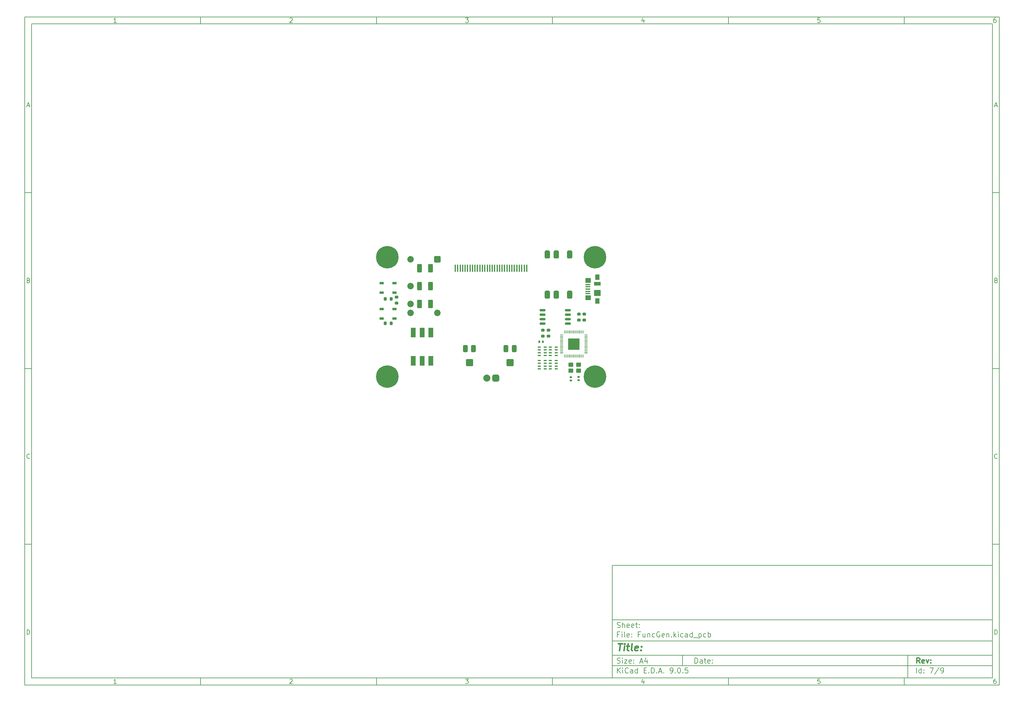
<source format=gbr>
%TF.GenerationSoftware,KiCad,Pcbnew,9.0.5*%
%TF.CreationDate,2025-10-31T11:59:02+05:30*%
%TF.ProjectId,FuncGen,46756e63-4765-46e2-9e6b-696361645f70,rev?*%
%TF.SameCoordinates,Original*%
%TF.FileFunction,Soldermask,Top*%
%TF.FilePolarity,Negative*%
%FSLAX46Y46*%
G04 Gerber Fmt 4.6, Leading zero omitted, Abs format (unit mm)*
G04 Created by KiCad (PCBNEW 9.0.5) date 2025-10-31 11:59:02*
%MOMM*%
%LPD*%
G01*
G04 APERTURE LIST*
G04 Aperture macros list*
%AMRoundRect*
0 Rectangle with rounded corners*
0 $1 Rounding radius*
0 $2 $3 $4 $5 $6 $7 $8 $9 X,Y pos of 4 corners*
0 Add a 4 corners polygon primitive as box body*
4,1,4,$2,$3,$4,$5,$6,$7,$8,$9,$2,$3,0*
0 Add four circle primitives for the rounded corners*
1,1,$1+$1,$2,$3*
1,1,$1+$1,$4,$5*
1,1,$1+$1,$6,$7*
1,1,$1+$1,$8,$9*
0 Add four rect primitives between the rounded corners*
20,1,$1+$1,$2,$3,$4,$5,0*
20,1,$1+$1,$4,$5,$6,$7,0*
20,1,$1+$1,$6,$7,$8,$9,0*
20,1,$1+$1,$8,$9,$2,$3,0*%
G04 Aperture macros list end*
%ADD10C,0.100000*%
%ADD11C,0.150000*%
%ADD12C,0.300000*%
%ADD13C,0.400000*%
%ADD14RoundRect,0.250000X-0.420000X-0.945000X0.420000X-0.945000X0.420000X0.945000X-0.420000X0.945000X0*%
%ADD15RoundRect,0.135000X-0.135000X-0.185000X0.135000X-0.185000X0.135000X0.185000X-0.135000X0.185000X0*%
%ADD16RoundRect,0.200000X0.200000X0.275000X-0.200000X0.275000X-0.200000X-0.275000X0.200000X-0.275000X0*%
%ADD17R,0.900000X0.400000*%
%ADD18RoundRect,0.050000X-0.387500X-0.050000X0.387500X-0.050000X0.387500X0.050000X-0.387500X0.050000X0*%
%ADD19RoundRect,0.050000X-0.050000X-0.387500X0.050000X-0.387500X0.050000X0.387500X-0.050000X0.387500X0*%
%ADD20R,3.200000X3.200000*%
%ADD21RoundRect,0.200000X-0.275000X0.200000X-0.275000X-0.200000X0.275000X-0.200000X0.275000X0.200000X0*%
%ADD22RoundRect,0.200000X-0.200000X-0.275000X0.200000X-0.275000X0.200000X0.275000X-0.200000X0.275000X0*%
%ADD23RoundRect,0.250000X0.420000X0.945000X-0.420000X0.945000X-0.420000X-0.945000X0.420000X-0.945000X0*%
%ADD24RoundRect,0.500000X-0.500000X0.500000X-0.500000X-0.500000X0.500000X-0.500000X0.500000X0.500000X0*%
%ADD25C,2.000000*%
%ADD26RoundRect,0.140000X0.170000X-0.140000X0.170000X0.140000X-0.170000X0.140000X-0.170000X-0.140000X0*%
%ADD27RoundRect,0.101600X-0.500000X-0.250000X0.500000X-0.250000X0.500000X0.250000X-0.500000X0.250000X0*%
%ADD28RoundRect,0.200000X0.275000X-0.200000X0.275000X0.200000X-0.275000X0.200000X-0.275000X-0.200000X0*%
%ADD29C,0.800000*%
%ADD30C,6.400000*%
%ADD31RoundRect,0.250000X0.450000X0.350000X-0.450000X0.350000X-0.450000X-0.350000X0.450000X-0.350000X0*%
%ADD32RoundRect,0.381000X-0.381000X0.762000X-0.381000X-0.762000X0.381000X-0.762000X0.381000X0.762000X0*%
%ADD33R,0.400000X2.000000*%
%ADD34RoundRect,0.101600X-0.600000X-1.250000X0.600000X-1.250000X0.600000X1.250000X-0.600000X1.250000X0*%
%ADD35RoundRect,0.250000X0.400000X-0.750000X0.400000X0.750000X-0.400000X0.750000X-0.400000X-0.750000X0*%
%ADD36RoundRect,0.250000X0.750000X-0.750000X0.750000X0.750000X-0.750000X0.750000X-0.750000X-0.750000X0*%
%ADD37R,1.380000X0.450000*%
%ADD38R,1.300000X1.650000*%
%ADD39R,1.550000X1.425000*%
%ADD40R,1.900000X1.800000*%
%ADD41R,1.900000X1.000000*%
%ADD42RoundRect,0.162500X-0.650000X-0.162500X0.650000X-0.162500X0.650000X0.162500X-0.650000X0.162500X0*%
%ADD43RoundRect,0.250000X0.675000X0.675000X-0.675000X0.675000X-0.675000X-0.675000X0.675000X-0.675000X0*%
%ADD44C,1.850000*%
G04 APERTURE END LIST*
D10*
D11*
X177002200Y-166007200D02*
X285002200Y-166007200D01*
X285002200Y-198007200D01*
X177002200Y-198007200D01*
X177002200Y-166007200D01*
D10*
D11*
X10000000Y-10000000D02*
X287002200Y-10000000D01*
X287002200Y-200007200D01*
X10000000Y-200007200D01*
X10000000Y-10000000D01*
D10*
D11*
X12000000Y-12000000D02*
X285002200Y-12000000D01*
X285002200Y-198007200D01*
X12000000Y-198007200D01*
X12000000Y-12000000D01*
D10*
D11*
X60000000Y-12000000D02*
X60000000Y-10000000D01*
D10*
D11*
X110000000Y-12000000D02*
X110000000Y-10000000D01*
D10*
D11*
X160000000Y-12000000D02*
X160000000Y-10000000D01*
D10*
D11*
X210000000Y-12000000D02*
X210000000Y-10000000D01*
D10*
D11*
X260000000Y-12000000D02*
X260000000Y-10000000D01*
D10*
D11*
X36089160Y-11593604D02*
X35346303Y-11593604D01*
X35717731Y-11593604D02*
X35717731Y-10293604D01*
X35717731Y-10293604D02*
X35593922Y-10479319D01*
X35593922Y-10479319D02*
X35470112Y-10603128D01*
X35470112Y-10603128D02*
X35346303Y-10665033D01*
D10*
D11*
X85346303Y-10417414D02*
X85408207Y-10355509D01*
X85408207Y-10355509D02*
X85532017Y-10293604D01*
X85532017Y-10293604D02*
X85841541Y-10293604D01*
X85841541Y-10293604D02*
X85965350Y-10355509D01*
X85965350Y-10355509D02*
X86027255Y-10417414D01*
X86027255Y-10417414D02*
X86089160Y-10541223D01*
X86089160Y-10541223D02*
X86089160Y-10665033D01*
X86089160Y-10665033D02*
X86027255Y-10850747D01*
X86027255Y-10850747D02*
X85284398Y-11593604D01*
X85284398Y-11593604D02*
X86089160Y-11593604D01*
D10*
D11*
X135284398Y-10293604D02*
X136089160Y-10293604D01*
X136089160Y-10293604D02*
X135655826Y-10788842D01*
X135655826Y-10788842D02*
X135841541Y-10788842D01*
X135841541Y-10788842D02*
X135965350Y-10850747D01*
X135965350Y-10850747D02*
X136027255Y-10912652D01*
X136027255Y-10912652D02*
X136089160Y-11036461D01*
X136089160Y-11036461D02*
X136089160Y-11345985D01*
X136089160Y-11345985D02*
X136027255Y-11469795D01*
X136027255Y-11469795D02*
X135965350Y-11531700D01*
X135965350Y-11531700D02*
X135841541Y-11593604D01*
X135841541Y-11593604D02*
X135470112Y-11593604D01*
X135470112Y-11593604D02*
X135346303Y-11531700D01*
X135346303Y-11531700D02*
X135284398Y-11469795D01*
D10*
D11*
X185965350Y-10726938D02*
X185965350Y-11593604D01*
X185655826Y-10231700D02*
X185346303Y-11160271D01*
X185346303Y-11160271D02*
X186151064Y-11160271D01*
D10*
D11*
X236027255Y-10293604D02*
X235408207Y-10293604D01*
X235408207Y-10293604D02*
X235346303Y-10912652D01*
X235346303Y-10912652D02*
X235408207Y-10850747D01*
X235408207Y-10850747D02*
X235532017Y-10788842D01*
X235532017Y-10788842D02*
X235841541Y-10788842D01*
X235841541Y-10788842D02*
X235965350Y-10850747D01*
X235965350Y-10850747D02*
X236027255Y-10912652D01*
X236027255Y-10912652D02*
X236089160Y-11036461D01*
X236089160Y-11036461D02*
X236089160Y-11345985D01*
X236089160Y-11345985D02*
X236027255Y-11469795D01*
X236027255Y-11469795D02*
X235965350Y-11531700D01*
X235965350Y-11531700D02*
X235841541Y-11593604D01*
X235841541Y-11593604D02*
X235532017Y-11593604D01*
X235532017Y-11593604D02*
X235408207Y-11531700D01*
X235408207Y-11531700D02*
X235346303Y-11469795D01*
D10*
D11*
X285965350Y-10293604D02*
X285717731Y-10293604D01*
X285717731Y-10293604D02*
X285593922Y-10355509D01*
X285593922Y-10355509D02*
X285532017Y-10417414D01*
X285532017Y-10417414D02*
X285408207Y-10603128D01*
X285408207Y-10603128D02*
X285346303Y-10850747D01*
X285346303Y-10850747D02*
X285346303Y-11345985D01*
X285346303Y-11345985D02*
X285408207Y-11469795D01*
X285408207Y-11469795D02*
X285470112Y-11531700D01*
X285470112Y-11531700D02*
X285593922Y-11593604D01*
X285593922Y-11593604D02*
X285841541Y-11593604D01*
X285841541Y-11593604D02*
X285965350Y-11531700D01*
X285965350Y-11531700D02*
X286027255Y-11469795D01*
X286027255Y-11469795D02*
X286089160Y-11345985D01*
X286089160Y-11345985D02*
X286089160Y-11036461D01*
X286089160Y-11036461D02*
X286027255Y-10912652D01*
X286027255Y-10912652D02*
X285965350Y-10850747D01*
X285965350Y-10850747D02*
X285841541Y-10788842D01*
X285841541Y-10788842D02*
X285593922Y-10788842D01*
X285593922Y-10788842D02*
X285470112Y-10850747D01*
X285470112Y-10850747D02*
X285408207Y-10912652D01*
X285408207Y-10912652D02*
X285346303Y-11036461D01*
D10*
D11*
X60000000Y-198007200D02*
X60000000Y-200007200D01*
D10*
D11*
X110000000Y-198007200D02*
X110000000Y-200007200D01*
D10*
D11*
X160000000Y-198007200D02*
X160000000Y-200007200D01*
D10*
D11*
X210000000Y-198007200D02*
X210000000Y-200007200D01*
D10*
D11*
X260000000Y-198007200D02*
X260000000Y-200007200D01*
D10*
D11*
X36089160Y-199600804D02*
X35346303Y-199600804D01*
X35717731Y-199600804D02*
X35717731Y-198300804D01*
X35717731Y-198300804D02*
X35593922Y-198486519D01*
X35593922Y-198486519D02*
X35470112Y-198610328D01*
X35470112Y-198610328D02*
X35346303Y-198672233D01*
D10*
D11*
X85346303Y-198424614D02*
X85408207Y-198362709D01*
X85408207Y-198362709D02*
X85532017Y-198300804D01*
X85532017Y-198300804D02*
X85841541Y-198300804D01*
X85841541Y-198300804D02*
X85965350Y-198362709D01*
X85965350Y-198362709D02*
X86027255Y-198424614D01*
X86027255Y-198424614D02*
X86089160Y-198548423D01*
X86089160Y-198548423D02*
X86089160Y-198672233D01*
X86089160Y-198672233D02*
X86027255Y-198857947D01*
X86027255Y-198857947D02*
X85284398Y-199600804D01*
X85284398Y-199600804D02*
X86089160Y-199600804D01*
D10*
D11*
X135284398Y-198300804D02*
X136089160Y-198300804D01*
X136089160Y-198300804D02*
X135655826Y-198796042D01*
X135655826Y-198796042D02*
X135841541Y-198796042D01*
X135841541Y-198796042D02*
X135965350Y-198857947D01*
X135965350Y-198857947D02*
X136027255Y-198919852D01*
X136027255Y-198919852D02*
X136089160Y-199043661D01*
X136089160Y-199043661D02*
X136089160Y-199353185D01*
X136089160Y-199353185D02*
X136027255Y-199476995D01*
X136027255Y-199476995D02*
X135965350Y-199538900D01*
X135965350Y-199538900D02*
X135841541Y-199600804D01*
X135841541Y-199600804D02*
X135470112Y-199600804D01*
X135470112Y-199600804D02*
X135346303Y-199538900D01*
X135346303Y-199538900D02*
X135284398Y-199476995D01*
D10*
D11*
X185965350Y-198734138D02*
X185965350Y-199600804D01*
X185655826Y-198238900D02*
X185346303Y-199167471D01*
X185346303Y-199167471D02*
X186151064Y-199167471D01*
D10*
D11*
X236027255Y-198300804D02*
X235408207Y-198300804D01*
X235408207Y-198300804D02*
X235346303Y-198919852D01*
X235346303Y-198919852D02*
X235408207Y-198857947D01*
X235408207Y-198857947D02*
X235532017Y-198796042D01*
X235532017Y-198796042D02*
X235841541Y-198796042D01*
X235841541Y-198796042D02*
X235965350Y-198857947D01*
X235965350Y-198857947D02*
X236027255Y-198919852D01*
X236027255Y-198919852D02*
X236089160Y-199043661D01*
X236089160Y-199043661D02*
X236089160Y-199353185D01*
X236089160Y-199353185D02*
X236027255Y-199476995D01*
X236027255Y-199476995D02*
X235965350Y-199538900D01*
X235965350Y-199538900D02*
X235841541Y-199600804D01*
X235841541Y-199600804D02*
X235532017Y-199600804D01*
X235532017Y-199600804D02*
X235408207Y-199538900D01*
X235408207Y-199538900D02*
X235346303Y-199476995D01*
D10*
D11*
X285965350Y-198300804D02*
X285717731Y-198300804D01*
X285717731Y-198300804D02*
X285593922Y-198362709D01*
X285593922Y-198362709D02*
X285532017Y-198424614D01*
X285532017Y-198424614D02*
X285408207Y-198610328D01*
X285408207Y-198610328D02*
X285346303Y-198857947D01*
X285346303Y-198857947D02*
X285346303Y-199353185D01*
X285346303Y-199353185D02*
X285408207Y-199476995D01*
X285408207Y-199476995D02*
X285470112Y-199538900D01*
X285470112Y-199538900D02*
X285593922Y-199600804D01*
X285593922Y-199600804D02*
X285841541Y-199600804D01*
X285841541Y-199600804D02*
X285965350Y-199538900D01*
X285965350Y-199538900D02*
X286027255Y-199476995D01*
X286027255Y-199476995D02*
X286089160Y-199353185D01*
X286089160Y-199353185D02*
X286089160Y-199043661D01*
X286089160Y-199043661D02*
X286027255Y-198919852D01*
X286027255Y-198919852D02*
X285965350Y-198857947D01*
X285965350Y-198857947D02*
X285841541Y-198796042D01*
X285841541Y-198796042D02*
X285593922Y-198796042D01*
X285593922Y-198796042D02*
X285470112Y-198857947D01*
X285470112Y-198857947D02*
X285408207Y-198919852D01*
X285408207Y-198919852D02*
X285346303Y-199043661D01*
D10*
D11*
X10000000Y-60000000D02*
X12000000Y-60000000D01*
D10*
D11*
X10000000Y-110000000D02*
X12000000Y-110000000D01*
D10*
D11*
X10000000Y-160000000D02*
X12000000Y-160000000D01*
D10*
D11*
X10690476Y-35222176D02*
X11309523Y-35222176D01*
X10566666Y-35593604D02*
X10999999Y-34293604D01*
X10999999Y-34293604D02*
X11433333Y-35593604D01*
D10*
D11*
X11092857Y-84912652D02*
X11278571Y-84974557D01*
X11278571Y-84974557D02*
X11340476Y-85036461D01*
X11340476Y-85036461D02*
X11402380Y-85160271D01*
X11402380Y-85160271D02*
X11402380Y-85345985D01*
X11402380Y-85345985D02*
X11340476Y-85469795D01*
X11340476Y-85469795D02*
X11278571Y-85531700D01*
X11278571Y-85531700D02*
X11154761Y-85593604D01*
X11154761Y-85593604D02*
X10659523Y-85593604D01*
X10659523Y-85593604D02*
X10659523Y-84293604D01*
X10659523Y-84293604D02*
X11092857Y-84293604D01*
X11092857Y-84293604D02*
X11216666Y-84355509D01*
X11216666Y-84355509D02*
X11278571Y-84417414D01*
X11278571Y-84417414D02*
X11340476Y-84541223D01*
X11340476Y-84541223D02*
X11340476Y-84665033D01*
X11340476Y-84665033D02*
X11278571Y-84788842D01*
X11278571Y-84788842D02*
X11216666Y-84850747D01*
X11216666Y-84850747D02*
X11092857Y-84912652D01*
X11092857Y-84912652D02*
X10659523Y-84912652D01*
D10*
D11*
X11402380Y-135469795D02*
X11340476Y-135531700D01*
X11340476Y-135531700D02*
X11154761Y-135593604D01*
X11154761Y-135593604D02*
X11030952Y-135593604D01*
X11030952Y-135593604D02*
X10845238Y-135531700D01*
X10845238Y-135531700D02*
X10721428Y-135407890D01*
X10721428Y-135407890D02*
X10659523Y-135284080D01*
X10659523Y-135284080D02*
X10597619Y-135036461D01*
X10597619Y-135036461D02*
X10597619Y-134850747D01*
X10597619Y-134850747D02*
X10659523Y-134603128D01*
X10659523Y-134603128D02*
X10721428Y-134479319D01*
X10721428Y-134479319D02*
X10845238Y-134355509D01*
X10845238Y-134355509D02*
X11030952Y-134293604D01*
X11030952Y-134293604D02*
X11154761Y-134293604D01*
X11154761Y-134293604D02*
X11340476Y-134355509D01*
X11340476Y-134355509D02*
X11402380Y-134417414D01*
D10*
D11*
X10659523Y-185593604D02*
X10659523Y-184293604D01*
X10659523Y-184293604D02*
X10969047Y-184293604D01*
X10969047Y-184293604D02*
X11154761Y-184355509D01*
X11154761Y-184355509D02*
X11278571Y-184479319D01*
X11278571Y-184479319D02*
X11340476Y-184603128D01*
X11340476Y-184603128D02*
X11402380Y-184850747D01*
X11402380Y-184850747D02*
X11402380Y-185036461D01*
X11402380Y-185036461D02*
X11340476Y-185284080D01*
X11340476Y-185284080D02*
X11278571Y-185407890D01*
X11278571Y-185407890D02*
X11154761Y-185531700D01*
X11154761Y-185531700D02*
X10969047Y-185593604D01*
X10969047Y-185593604D02*
X10659523Y-185593604D01*
D10*
D11*
X287002200Y-60000000D02*
X285002200Y-60000000D01*
D10*
D11*
X287002200Y-110000000D02*
X285002200Y-110000000D01*
D10*
D11*
X287002200Y-160000000D02*
X285002200Y-160000000D01*
D10*
D11*
X285692676Y-35222176D02*
X286311723Y-35222176D01*
X285568866Y-35593604D02*
X286002199Y-34293604D01*
X286002199Y-34293604D02*
X286435533Y-35593604D01*
D10*
D11*
X286095057Y-84912652D02*
X286280771Y-84974557D01*
X286280771Y-84974557D02*
X286342676Y-85036461D01*
X286342676Y-85036461D02*
X286404580Y-85160271D01*
X286404580Y-85160271D02*
X286404580Y-85345985D01*
X286404580Y-85345985D02*
X286342676Y-85469795D01*
X286342676Y-85469795D02*
X286280771Y-85531700D01*
X286280771Y-85531700D02*
X286156961Y-85593604D01*
X286156961Y-85593604D02*
X285661723Y-85593604D01*
X285661723Y-85593604D02*
X285661723Y-84293604D01*
X285661723Y-84293604D02*
X286095057Y-84293604D01*
X286095057Y-84293604D02*
X286218866Y-84355509D01*
X286218866Y-84355509D02*
X286280771Y-84417414D01*
X286280771Y-84417414D02*
X286342676Y-84541223D01*
X286342676Y-84541223D02*
X286342676Y-84665033D01*
X286342676Y-84665033D02*
X286280771Y-84788842D01*
X286280771Y-84788842D02*
X286218866Y-84850747D01*
X286218866Y-84850747D02*
X286095057Y-84912652D01*
X286095057Y-84912652D02*
X285661723Y-84912652D01*
D10*
D11*
X286404580Y-135469795D02*
X286342676Y-135531700D01*
X286342676Y-135531700D02*
X286156961Y-135593604D01*
X286156961Y-135593604D02*
X286033152Y-135593604D01*
X286033152Y-135593604D02*
X285847438Y-135531700D01*
X285847438Y-135531700D02*
X285723628Y-135407890D01*
X285723628Y-135407890D02*
X285661723Y-135284080D01*
X285661723Y-135284080D02*
X285599819Y-135036461D01*
X285599819Y-135036461D02*
X285599819Y-134850747D01*
X285599819Y-134850747D02*
X285661723Y-134603128D01*
X285661723Y-134603128D02*
X285723628Y-134479319D01*
X285723628Y-134479319D02*
X285847438Y-134355509D01*
X285847438Y-134355509D02*
X286033152Y-134293604D01*
X286033152Y-134293604D02*
X286156961Y-134293604D01*
X286156961Y-134293604D02*
X286342676Y-134355509D01*
X286342676Y-134355509D02*
X286404580Y-134417414D01*
D10*
D11*
X285661723Y-185593604D02*
X285661723Y-184293604D01*
X285661723Y-184293604D02*
X285971247Y-184293604D01*
X285971247Y-184293604D02*
X286156961Y-184355509D01*
X286156961Y-184355509D02*
X286280771Y-184479319D01*
X286280771Y-184479319D02*
X286342676Y-184603128D01*
X286342676Y-184603128D02*
X286404580Y-184850747D01*
X286404580Y-184850747D02*
X286404580Y-185036461D01*
X286404580Y-185036461D02*
X286342676Y-185284080D01*
X286342676Y-185284080D02*
X286280771Y-185407890D01*
X286280771Y-185407890D02*
X286156961Y-185531700D01*
X286156961Y-185531700D02*
X285971247Y-185593604D01*
X285971247Y-185593604D02*
X285661723Y-185593604D01*
D10*
D11*
X200458026Y-193793328D02*
X200458026Y-192293328D01*
X200458026Y-192293328D02*
X200815169Y-192293328D01*
X200815169Y-192293328D02*
X201029455Y-192364757D01*
X201029455Y-192364757D02*
X201172312Y-192507614D01*
X201172312Y-192507614D02*
X201243741Y-192650471D01*
X201243741Y-192650471D02*
X201315169Y-192936185D01*
X201315169Y-192936185D02*
X201315169Y-193150471D01*
X201315169Y-193150471D02*
X201243741Y-193436185D01*
X201243741Y-193436185D02*
X201172312Y-193579042D01*
X201172312Y-193579042D02*
X201029455Y-193721900D01*
X201029455Y-193721900D02*
X200815169Y-193793328D01*
X200815169Y-193793328D02*
X200458026Y-193793328D01*
X202600884Y-193793328D02*
X202600884Y-193007614D01*
X202600884Y-193007614D02*
X202529455Y-192864757D01*
X202529455Y-192864757D02*
X202386598Y-192793328D01*
X202386598Y-192793328D02*
X202100884Y-192793328D01*
X202100884Y-192793328D02*
X201958026Y-192864757D01*
X202600884Y-193721900D02*
X202458026Y-193793328D01*
X202458026Y-193793328D02*
X202100884Y-193793328D01*
X202100884Y-193793328D02*
X201958026Y-193721900D01*
X201958026Y-193721900D02*
X201886598Y-193579042D01*
X201886598Y-193579042D02*
X201886598Y-193436185D01*
X201886598Y-193436185D02*
X201958026Y-193293328D01*
X201958026Y-193293328D02*
X202100884Y-193221900D01*
X202100884Y-193221900D02*
X202458026Y-193221900D01*
X202458026Y-193221900D02*
X202600884Y-193150471D01*
X203100884Y-192793328D02*
X203672312Y-192793328D01*
X203315169Y-192293328D02*
X203315169Y-193579042D01*
X203315169Y-193579042D02*
X203386598Y-193721900D01*
X203386598Y-193721900D02*
X203529455Y-193793328D01*
X203529455Y-193793328D02*
X203672312Y-193793328D01*
X204743741Y-193721900D02*
X204600884Y-193793328D01*
X204600884Y-193793328D02*
X204315170Y-193793328D01*
X204315170Y-193793328D02*
X204172312Y-193721900D01*
X204172312Y-193721900D02*
X204100884Y-193579042D01*
X204100884Y-193579042D02*
X204100884Y-193007614D01*
X204100884Y-193007614D02*
X204172312Y-192864757D01*
X204172312Y-192864757D02*
X204315170Y-192793328D01*
X204315170Y-192793328D02*
X204600884Y-192793328D01*
X204600884Y-192793328D02*
X204743741Y-192864757D01*
X204743741Y-192864757D02*
X204815170Y-193007614D01*
X204815170Y-193007614D02*
X204815170Y-193150471D01*
X204815170Y-193150471D02*
X204100884Y-193293328D01*
X205458026Y-193650471D02*
X205529455Y-193721900D01*
X205529455Y-193721900D02*
X205458026Y-193793328D01*
X205458026Y-193793328D02*
X205386598Y-193721900D01*
X205386598Y-193721900D02*
X205458026Y-193650471D01*
X205458026Y-193650471D02*
X205458026Y-193793328D01*
X205458026Y-192864757D02*
X205529455Y-192936185D01*
X205529455Y-192936185D02*
X205458026Y-193007614D01*
X205458026Y-193007614D02*
X205386598Y-192936185D01*
X205386598Y-192936185D02*
X205458026Y-192864757D01*
X205458026Y-192864757D02*
X205458026Y-193007614D01*
D10*
D11*
X177002200Y-194507200D02*
X285002200Y-194507200D01*
D10*
D11*
X178458026Y-196593328D02*
X178458026Y-195093328D01*
X179315169Y-196593328D02*
X178672312Y-195736185D01*
X179315169Y-195093328D02*
X178458026Y-195950471D01*
X179958026Y-196593328D02*
X179958026Y-195593328D01*
X179958026Y-195093328D02*
X179886598Y-195164757D01*
X179886598Y-195164757D02*
X179958026Y-195236185D01*
X179958026Y-195236185D02*
X180029455Y-195164757D01*
X180029455Y-195164757D02*
X179958026Y-195093328D01*
X179958026Y-195093328D02*
X179958026Y-195236185D01*
X181529455Y-196450471D02*
X181458027Y-196521900D01*
X181458027Y-196521900D02*
X181243741Y-196593328D01*
X181243741Y-196593328D02*
X181100884Y-196593328D01*
X181100884Y-196593328D02*
X180886598Y-196521900D01*
X180886598Y-196521900D02*
X180743741Y-196379042D01*
X180743741Y-196379042D02*
X180672312Y-196236185D01*
X180672312Y-196236185D02*
X180600884Y-195950471D01*
X180600884Y-195950471D02*
X180600884Y-195736185D01*
X180600884Y-195736185D02*
X180672312Y-195450471D01*
X180672312Y-195450471D02*
X180743741Y-195307614D01*
X180743741Y-195307614D02*
X180886598Y-195164757D01*
X180886598Y-195164757D02*
X181100884Y-195093328D01*
X181100884Y-195093328D02*
X181243741Y-195093328D01*
X181243741Y-195093328D02*
X181458027Y-195164757D01*
X181458027Y-195164757D02*
X181529455Y-195236185D01*
X182815170Y-196593328D02*
X182815170Y-195807614D01*
X182815170Y-195807614D02*
X182743741Y-195664757D01*
X182743741Y-195664757D02*
X182600884Y-195593328D01*
X182600884Y-195593328D02*
X182315170Y-195593328D01*
X182315170Y-195593328D02*
X182172312Y-195664757D01*
X182815170Y-196521900D02*
X182672312Y-196593328D01*
X182672312Y-196593328D02*
X182315170Y-196593328D01*
X182315170Y-196593328D02*
X182172312Y-196521900D01*
X182172312Y-196521900D02*
X182100884Y-196379042D01*
X182100884Y-196379042D02*
X182100884Y-196236185D01*
X182100884Y-196236185D02*
X182172312Y-196093328D01*
X182172312Y-196093328D02*
X182315170Y-196021900D01*
X182315170Y-196021900D02*
X182672312Y-196021900D01*
X182672312Y-196021900D02*
X182815170Y-195950471D01*
X184172313Y-196593328D02*
X184172313Y-195093328D01*
X184172313Y-196521900D02*
X184029455Y-196593328D01*
X184029455Y-196593328D02*
X183743741Y-196593328D01*
X183743741Y-196593328D02*
X183600884Y-196521900D01*
X183600884Y-196521900D02*
X183529455Y-196450471D01*
X183529455Y-196450471D02*
X183458027Y-196307614D01*
X183458027Y-196307614D02*
X183458027Y-195879042D01*
X183458027Y-195879042D02*
X183529455Y-195736185D01*
X183529455Y-195736185D02*
X183600884Y-195664757D01*
X183600884Y-195664757D02*
X183743741Y-195593328D01*
X183743741Y-195593328D02*
X184029455Y-195593328D01*
X184029455Y-195593328D02*
X184172313Y-195664757D01*
X186029455Y-195807614D02*
X186529455Y-195807614D01*
X186743741Y-196593328D02*
X186029455Y-196593328D01*
X186029455Y-196593328D02*
X186029455Y-195093328D01*
X186029455Y-195093328D02*
X186743741Y-195093328D01*
X187386598Y-196450471D02*
X187458027Y-196521900D01*
X187458027Y-196521900D02*
X187386598Y-196593328D01*
X187386598Y-196593328D02*
X187315170Y-196521900D01*
X187315170Y-196521900D02*
X187386598Y-196450471D01*
X187386598Y-196450471D02*
X187386598Y-196593328D01*
X188100884Y-196593328D02*
X188100884Y-195093328D01*
X188100884Y-195093328D02*
X188458027Y-195093328D01*
X188458027Y-195093328D02*
X188672313Y-195164757D01*
X188672313Y-195164757D02*
X188815170Y-195307614D01*
X188815170Y-195307614D02*
X188886599Y-195450471D01*
X188886599Y-195450471D02*
X188958027Y-195736185D01*
X188958027Y-195736185D02*
X188958027Y-195950471D01*
X188958027Y-195950471D02*
X188886599Y-196236185D01*
X188886599Y-196236185D02*
X188815170Y-196379042D01*
X188815170Y-196379042D02*
X188672313Y-196521900D01*
X188672313Y-196521900D02*
X188458027Y-196593328D01*
X188458027Y-196593328D02*
X188100884Y-196593328D01*
X189600884Y-196450471D02*
X189672313Y-196521900D01*
X189672313Y-196521900D02*
X189600884Y-196593328D01*
X189600884Y-196593328D02*
X189529456Y-196521900D01*
X189529456Y-196521900D02*
X189600884Y-196450471D01*
X189600884Y-196450471D02*
X189600884Y-196593328D01*
X190243742Y-196164757D02*
X190958028Y-196164757D01*
X190100885Y-196593328D02*
X190600885Y-195093328D01*
X190600885Y-195093328D02*
X191100885Y-196593328D01*
X191600884Y-196450471D02*
X191672313Y-196521900D01*
X191672313Y-196521900D02*
X191600884Y-196593328D01*
X191600884Y-196593328D02*
X191529456Y-196521900D01*
X191529456Y-196521900D02*
X191600884Y-196450471D01*
X191600884Y-196450471D02*
X191600884Y-196593328D01*
X193529456Y-196593328D02*
X193815170Y-196593328D01*
X193815170Y-196593328D02*
X193958027Y-196521900D01*
X193958027Y-196521900D02*
X194029456Y-196450471D01*
X194029456Y-196450471D02*
X194172313Y-196236185D01*
X194172313Y-196236185D02*
X194243742Y-195950471D01*
X194243742Y-195950471D02*
X194243742Y-195379042D01*
X194243742Y-195379042D02*
X194172313Y-195236185D01*
X194172313Y-195236185D02*
X194100885Y-195164757D01*
X194100885Y-195164757D02*
X193958027Y-195093328D01*
X193958027Y-195093328D02*
X193672313Y-195093328D01*
X193672313Y-195093328D02*
X193529456Y-195164757D01*
X193529456Y-195164757D02*
X193458027Y-195236185D01*
X193458027Y-195236185D02*
X193386599Y-195379042D01*
X193386599Y-195379042D02*
X193386599Y-195736185D01*
X193386599Y-195736185D02*
X193458027Y-195879042D01*
X193458027Y-195879042D02*
X193529456Y-195950471D01*
X193529456Y-195950471D02*
X193672313Y-196021900D01*
X193672313Y-196021900D02*
X193958027Y-196021900D01*
X193958027Y-196021900D02*
X194100885Y-195950471D01*
X194100885Y-195950471D02*
X194172313Y-195879042D01*
X194172313Y-195879042D02*
X194243742Y-195736185D01*
X194886598Y-196450471D02*
X194958027Y-196521900D01*
X194958027Y-196521900D02*
X194886598Y-196593328D01*
X194886598Y-196593328D02*
X194815170Y-196521900D01*
X194815170Y-196521900D02*
X194886598Y-196450471D01*
X194886598Y-196450471D02*
X194886598Y-196593328D01*
X195886599Y-195093328D02*
X196029456Y-195093328D01*
X196029456Y-195093328D02*
X196172313Y-195164757D01*
X196172313Y-195164757D02*
X196243742Y-195236185D01*
X196243742Y-195236185D02*
X196315170Y-195379042D01*
X196315170Y-195379042D02*
X196386599Y-195664757D01*
X196386599Y-195664757D02*
X196386599Y-196021900D01*
X196386599Y-196021900D02*
X196315170Y-196307614D01*
X196315170Y-196307614D02*
X196243742Y-196450471D01*
X196243742Y-196450471D02*
X196172313Y-196521900D01*
X196172313Y-196521900D02*
X196029456Y-196593328D01*
X196029456Y-196593328D02*
X195886599Y-196593328D01*
X195886599Y-196593328D02*
X195743742Y-196521900D01*
X195743742Y-196521900D02*
X195672313Y-196450471D01*
X195672313Y-196450471D02*
X195600884Y-196307614D01*
X195600884Y-196307614D02*
X195529456Y-196021900D01*
X195529456Y-196021900D02*
X195529456Y-195664757D01*
X195529456Y-195664757D02*
X195600884Y-195379042D01*
X195600884Y-195379042D02*
X195672313Y-195236185D01*
X195672313Y-195236185D02*
X195743742Y-195164757D01*
X195743742Y-195164757D02*
X195886599Y-195093328D01*
X197029455Y-196450471D02*
X197100884Y-196521900D01*
X197100884Y-196521900D02*
X197029455Y-196593328D01*
X197029455Y-196593328D02*
X196958027Y-196521900D01*
X196958027Y-196521900D02*
X197029455Y-196450471D01*
X197029455Y-196450471D02*
X197029455Y-196593328D01*
X198458027Y-195093328D02*
X197743741Y-195093328D01*
X197743741Y-195093328D02*
X197672313Y-195807614D01*
X197672313Y-195807614D02*
X197743741Y-195736185D01*
X197743741Y-195736185D02*
X197886599Y-195664757D01*
X197886599Y-195664757D02*
X198243741Y-195664757D01*
X198243741Y-195664757D02*
X198386599Y-195736185D01*
X198386599Y-195736185D02*
X198458027Y-195807614D01*
X198458027Y-195807614D02*
X198529456Y-195950471D01*
X198529456Y-195950471D02*
X198529456Y-196307614D01*
X198529456Y-196307614D02*
X198458027Y-196450471D01*
X198458027Y-196450471D02*
X198386599Y-196521900D01*
X198386599Y-196521900D02*
X198243741Y-196593328D01*
X198243741Y-196593328D02*
X197886599Y-196593328D01*
X197886599Y-196593328D02*
X197743741Y-196521900D01*
X197743741Y-196521900D02*
X197672313Y-196450471D01*
D10*
D11*
X177002200Y-191507200D02*
X285002200Y-191507200D01*
D10*
D12*
X264413853Y-193785528D02*
X263913853Y-193071242D01*
X263556710Y-193785528D02*
X263556710Y-192285528D01*
X263556710Y-192285528D02*
X264128139Y-192285528D01*
X264128139Y-192285528D02*
X264270996Y-192356957D01*
X264270996Y-192356957D02*
X264342425Y-192428385D01*
X264342425Y-192428385D02*
X264413853Y-192571242D01*
X264413853Y-192571242D02*
X264413853Y-192785528D01*
X264413853Y-192785528D02*
X264342425Y-192928385D01*
X264342425Y-192928385D02*
X264270996Y-192999814D01*
X264270996Y-192999814D02*
X264128139Y-193071242D01*
X264128139Y-193071242D02*
X263556710Y-193071242D01*
X265628139Y-193714100D02*
X265485282Y-193785528D01*
X265485282Y-193785528D02*
X265199568Y-193785528D01*
X265199568Y-193785528D02*
X265056710Y-193714100D01*
X265056710Y-193714100D02*
X264985282Y-193571242D01*
X264985282Y-193571242D02*
X264985282Y-192999814D01*
X264985282Y-192999814D02*
X265056710Y-192856957D01*
X265056710Y-192856957D02*
X265199568Y-192785528D01*
X265199568Y-192785528D02*
X265485282Y-192785528D01*
X265485282Y-192785528D02*
X265628139Y-192856957D01*
X265628139Y-192856957D02*
X265699568Y-192999814D01*
X265699568Y-192999814D02*
X265699568Y-193142671D01*
X265699568Y-193142671D02*
X264985282Y-193285528D01*
X266199567Y-192785528D02*
X266556710Y-193785528D01*
X266556710Y-193785528D02*
X266913853Y-192785528D01*
X267485281Y-193642671D02*
X267556710Y-193714100D01*
X267556710Y-193714100D02*
X267485281Y-193785528D01*
X267485281Y-193785528D02*
X267413853Y-193714100D01*
X267413853Y-193714100D02*
X267485281Y-193642671D01*
X267485281Y-193642671D02*
X267485281Y-193785528D01*
X267485281Y-192856957D02*
X267556710Y-192928385D01*
X267556710Y-192928385D02*
X267485281Y-192999814D01*
X267485281Y-192999814D02*
X267413853Y-192928385D01*
X267413853Y-192928385D02*
X267485281Y-192856957D01*
X267485281Y-192856957D02*
X267485281Y-192999814D01*
D10*
D11*
X178386598Y-193721900D02*
X178600884Y-193793328D01*
X178600884Y-193793328D02*
X178958026Y-193793328D01*
X178958026Y-193793328D02*
X179100884Y-193721900D01*
X179100884Y-193721900D02*
X179172312Y-193650471D01*
X179172312Y-193650471D02*
X179243741Y-193507614D01*
X179243741Y-193507614D02*
X179243741Y-193364757D01*
X179243741Y-193364757D02*
X179172312Y-193221900D01*
X179172312Y-193221900D02*
X179100884Y-193150471D01*
X179100884Y-193150471D02*
X178958026Y-193079042D01*
X178958026Y-193079042D02*
X178672312Y-193007614D01*
X178672312Y-193007614D02*
X178529455Y-192936185D01*
X178529455Y-192936185D02*
X178458026Y-192864757D01*
X178458026Y-192864757D02*
X178386598Y-192721900D01*
X178386598Y-192721900D02*
X178386598Y-192579042D01*
X178386598Y-192579042D02*
X178458026Y-192436185D01*
X178458026Y-192436185D02*
X178529455Y-192364757D01*
X178529455Y-192364757D02*
X178672312Y-192293328D01*
X178672312Y-192293328D02*
X179029455Y-192293328D01*
X179029455Y-192293328D02*
X179243741Y-192364757D01*
X179886597Y-193793328D02*
X179886597Y-192793328D01*
X179886597Y-192293328D02*
X179815169Y-192364757D01*
X179815169Y-192364757D02*
X179886597Y-192436185D01*
X179886597Y-192436185D02*
X179958026Y-192364757D01*
X179958026Y-192364757D02*
X179886597Y-192293328D01*
X179886597Y-192293328D02*
X179886597Y-192436185D01*
X180458026Y-192793328D02*
X181243741Y-192793328D01*
X181243741Y-192793328D02*
X180458026Y-193793328D01*
X180458026Y-193793328D02*
X181243741Y-193793328D01*
X182386598Y-193721900D02*
X182243741Y-193793328D01*
X182243741Y-193793328D02*
X181958027Y-193793328D01*
X181958027Y-193793328D02*
X181815169Y-193721900D01*
X181815169Y-193721900D02*
X181743741Y-193579042D01*
X181743741Y-193579042D02*
X181743741Y-193007614D01*
X181743741Y-193007614D02*
X181815169Y-192864757D01*
X181815169Y-192864757D02*
X181958027Y-192793328D01*
X181958027Y-192793328D02*
X182243741Y-192793328D01*
X182243741Y-192793328D02*
X182386598Y-192864757D01*
X182386598Y-192864757D02*
X182458027Y-193007614D01*
X182458027Y-193007614D02*
X182458027Y-193150471D01*
X182458027Y-193150471D02*
X181743741Y-193293328D01*
X183100883Y-193650471D02*
X183172312Y-193721900D01*
X183172312Y-193721900D02*
X183100883Y-193793328D01*
X183100883Y-193793328D02*
X183029455Y-193721900D01*
X183029455Y-193721900D02*
X183100883Y-193650471D01*
X183100883Y-193650471D02*
X183100883Y-193793328D01*
X183100883Y-192864757D02*
X183172312Y-192936185D01*
X183172312Y-192936185D02*
X183100883Y-193007614D01*
X183100883Y-193007614D02*
X183029455Y-192936185D01*
X183029455Y-192936185D02*
X183100883Y-192864757D01*
X183100883Y-192864757D02*
X183100883Y-193007614D01*
X184886598Y-193364757D02*
X185600884Y-193364757D01*
X184743741Y-193793328D02*
X185243741Y-192293328D01*
X185243741Y-192293328D02*
X185743741Y-193793328D01*
X186886598Y-192793328D02*
X186886598Y-193793328D01*
X186529455Y-192221900D02*
X186172312Y-193293328D01*
X186172312Y-193293328D02*
X187100883Y-193293328D01*
D10*
D11*
X263458026Y-196593328D02*
X263458026Y-195093328D01*
X264815170Y-196593328D02*
X264815170Y-195093328D01*
X264815170Y-196521900D02*
X264672312Y-196593328D01*
X264672312Y-196593328D02*
X264386598Y-196593328D01*
X264386598Y-196593328D02*
X264243741Y-196521900D01*
X264243741Y-196521900D02*
X264172312Y-196450471D01*
X264172312Y-196450471D02*
X264100884Y-196307614D01*
X264100884Y-196307614D02*
X264100884Y-195879042D01*
X264100884Y-195879042D02*
X264172312Y-195736185D01*
X264172312Y-195736185D02*
X264243741Y-195664757D01*
X264243741Y-195664757D02*
X264386598Y-195593328D01*
X264386598Y-195593328D02*
X264672312Y-195593328D01*
X264672312Y-195593328D02*
X264815170Y-195664757D01*
X265529455Y-196450471D02*
X265600884Y-196521900D01*
X265600884Y-196521900D02*
X265529455Y-196593328D01*
X265529455Y-196593328D02*
X265458027Y-196521900D01*
X265458027Y-196521900D02*
X265529455Y-196450471D01*
X265529455Y-196450471D02*
X265529455Y-196593328D01*
X265529455Y-195664757D02*
X265600884Y-195736185D01*
X265600884Y-195736185D02*
X265529455Y-195807614D01*
X265529455Y-195807614D02*
X265458027Y-195736185D01*
X265458027Y-195736185D02*
X265529455Y-195664757D01*
X265529455Y-195664757D02*
X265529455Y-195807614D01*
X267243741Y-195093328D02*
X268243741Y-195093328D01*
X268243741Y-195093328D02*
X267600884Y-196593328D01*
X269886598Y-195021900D02*
X268600884Y-196950471D01*
X270458027Y-196593328D02*
X270743741Y-196593328D01*
X270743741Y-196593328D02*
X270886598Y-196521900D01*
X270886598Y-196521900D02*
X270958027Y-196450471D01*
X270958027Y-196450471D02*
X271100884Y-196236185D01*
X271100884Y-196236185D02*
X271172313Y-195950471D01*
X271172313Y-195950471D02*
X271172313Y-195379042D01*
X271172313Y-195379042D02*
X271100884Y-195236185D01*
X271100884Y-195236185D02*
X271029456Y-195164757D01*
X271029456Y-195164757D02*
X270886598Y-195093328D01*
X270886598Y-195093328D02*
X270600884Y-195093328D01*
X270600884Y-195093328D02*
X270458027Y-195164757D01*
X270458027Y-195164757D02*
X270386598Y-195236185D01*
X270386598Y-195236185D02*
X270315170Y-195379042D01*
X270315170Y-195379042D02*
X270315170Y-195736185D01*
X270315170Y-195736185D02*
X270386598Y-195879042D01*
X270386598Y-195879042D02*
X270458027Y-195950471D01*
X270458027Y-195950471D02*
X270600884Y-196021900D01*
X270600884Y-196021900D02*
X270886598Y-196021900D01*
X270886598Y-196021900D02*
X271029456Y-195950471D01*
X271029456Y-195950471D02*
X271100884Y-195879042D01*
X271100884Y-195879042D02*
X271172313Y-195736185D01*
D10*
D11*
X177002200Y-187507200D02*
X285002200Y-187507200D01*
D10*
D13*
X178693928Y-188211638D02*
X179836785Y-188211638D01*
X179015357Y-190211638D02*
X179265357Y-188211638D01*
X180253452Y-190211638D02*
X180420119Y-188878304D01*
X180503452Y-188211638D02*
X180396309Y-188306876D01*
X180396309Y-188306876D02*
X180479643Y-188402114D01*
X180479643Y-188402114D02*
X180586786Y-188306876D01*
X180586786Y-188306876D02*
X180503452Y-188211638D01*
X180503452Y-188211638D02*
X180479643Y-188402114D01*
X181086786Y-188878304D02*
X181848690Y-188878304D01*
X181455833Y-188211638D02*
X181241548Y-189925923D01*
X181241548Y-189925923D02*
X181312976Y-190116400D01*
X181312976Y-190116400D02*
X181491548Y-190211638D01*
X181491548Y-190211638D02*
X181682024Y-190211638D01*
X182634405Y-190211638D02*
X182455833Y-190116400D01*
X182455833Y-190116400D02*
X182384405Y-189925923D01*
X182384405Y-189925923D02*
X182598690Y-188211638D01*
X184170119Y-190116400D02*
X183967738Y-190211638D01*
X183967738Y-190211638D02*
X183586785Y-190211638D01*
X183586785Y-190211638D02*
X183408214Y-190116400D01*
X183408214Y-190116400D02*
X183336785Y-189925923D01*
X183336785Y-189925923D02*
X183432024Y-189164019D01*
X183432024Y-189164019D02*
X183551071Y-188973542D01*
X183551071Y-188973542D02*
X183753452Y-188878304D01*
X183753452Y-188878304D02*
X184134404Y-188878304D01*
X184134404Y-188878304D02*
X184312976Y-188973542D01*
X184312976Y-188973542D02*
X184384404Y-189164019D01*
X184384404Y-189164019D02*
X184360595Y-189354495D01*
X184360595Y-189354495D02*
X183384404Y-189544971D01*
X185134405Y-190021161D02*
X185217738Y-190116400D01*
X185217738Y-190116400D02*
X185110595Y-190211638D01*
X185110595Y-190211638D02*
X185027262Y-190116400D01*
X185027262Y-190116400D02*
X185134405Y-190021161D01*
X185134405Y-190021161D02*
X185110595Y-190211638D01*
X185265357Y-188973542D02*
X185348690Y-189068780D01*
X185348690Y-189068780D02*
X185241548Y-189164019D01*
X185241548Y-189164019D02*
X185158214Y-189068780D01*
X185158214Y-189068780D02*
X185265357Y-188973542D01*
X185265357Y-188973542D02*
X185241548Y-189164019D01*
D10*
D11*
X178958026Y-185607614D02*
X178458026Y-185607614D01*
X178458026Y-186393328D02*
X178458026Y-184893328D01*
X178458026Y-184893328D02*
X179172312Y-184893328D01*
X179743740Y-186393328D02*
X179743740Y-185393328D01*
X179743740Y-184893328D02*
X179672312Y-184964757D01*
X179672312Y-184964757D02*
X179743740Y-185036185D01*
X179743740Y-185036185D02*
X179815169Y-184964757D01*
X179815169Y-184964757D02*
X179743740Y-184893328D01*
X179743740Y-184893328D02*
X179743740Y-185036185D01*
X180672312Y-186393328D02*
X180529455Y-186321900D01*
X180529455Y-186321900D02*
X180458026Y-186179042D01*
X180458026Y-186179042D02*
X180458026Y-184893328D01*
X181815169Y-186321900D02*
X181672312Y-186393328D01*
X181672312Y-186393328D02*
X181386598Y-186393328D01*
X181386598Y-186393328D02*
X181243740Y-186321900D01*
X181243740Y-186321900D02*
X181172312Y-186179042D01*
X181172312Y-186179042D02*
X181172312Y-185607614D01*
X181172312Y-185607614D02*
X181243740Y-185464757D01*
X181243740Y-185464757D02*
X181386598Y-185393328D01*
X181386598Y-185393328D02*
X181672312Y-185393328D01*
X181672312Y-185393328D02*
X181815169Y-185464757D01*
X181815169Y-185464757D02*
X181886598Y-185607614D01*
X181886598Y-185607614D02*
X181886598Y-185750471D01*
X181886598Y-185750471D02*
X181172312Y-185893328D01*
X182529454Y-186250471D02*
X182600883Y-186321900D01*
X182600883Y-186321900D02*
X182529454Y-186393328D01*
X182529454Y-186393328D02*
X182458026Y-186321900D01*
X182458026Y-186321900D02*
X182529454Y-186250471D01*
X182529454Y-186250471D02*
X182529454Y-186393328D01*
X182529454Y-185464757D02*
X182600883Y-185536185D01*
X182600883Y-185536185D02*
X182529454Y-185607614D01*
X182529454Y-185607614D02*
X182458026Y-185536185D01*
X182458026Y-185536185D02*
X182529454Y-185464757D01*
X182529454Y-185464757D02*
X182529454Y-185607614D01*
X184886597Y-185607614D02*
X184386597Y-185607614D01*
X184386597Y-186393328D02*
X184386597Y-184893328D01*
X184386597Y-184893328D02*
X185100883Y-184893328D01*
X186315169Y-185393328D02*
X186315169Y-186393328D01*
X185672311Y-185393328D02*
X185672311Y-186179042D01*
X185672311Y-186179042D02*
X185743740Y-186321900D01*
X185743740Y-186321900D02*
X185886597Y-186393328D01*
X185886597Y-186393328D02*
X186100883Y-186393328D01*
X186100883Y-186393328D02*
X186243740Y-186321900D01*
X186243740Y-186321900D02*
X186315169Y-186250471D01*
X187029454Y-185393328D02*
X187029454Y-186393328D01*
X187029454Y-185536185D02*
X187100883Y-185464757D01*
X187100883Y-185464757D02*
X187243740Y-185393328D01*
X187243740Y-185393328D02*
X187458026Y-185393328D01*
X187458026Y-185393328D02*
X187600883Y-185464757D01*
X187600883Y-185464757D02*
X187672312Y-185607614D01*
X187672312Y-185607614D02*
X187672312Y-186393328D01*
X189029455Y-186321900D02*
X188886597Y-186393328D01*
X188886597Y-186393328D02*
X188600883Y-186393328D01*
X188600883Y-186393328D02*
X188458026Y-186321900D01*
X188458026Y-186321900D02*
X188386597Y-186250471D01*
X188386597Y-186250471D02*
X188315169Y-186107614D01*
X188315169Y-186107614D02*
X188315169Y-185679042D01*
X188315169Y-185679042D02*
X188386597Y-185536185D01*
X188386597Y-185536185D02*
X188458026Y-185464757D01*
X188458026Y-185464757D02*
X188600883Y-185393328D01*
X188600883Y-185393328D02*
X188886597Y-185393328D01*
X188886597Y-185393328D02*
X189029455Y-185464757D01*
X190458026Y-184964757D02*
X190315169Y-184893328D01*
X190315169Y-184893328D02*
X190100883Y-184893328D01*
X190100883Y-184893328D02*
X189886597Y-184964757D01*
X189886597Y-184964757D02*
X189743740Y-185107614D01*
X189743740Y-185107614D02*
X189672311Y-185250471D01*
X189672311Y-185250471D02*
X189600883Y-185536185D01*
X189600883Y-185536185D02*
X189600883Y-185750471D01*
X189600883Y-185750471D02*
X189672311Y-186036185D01*
X189672311Y-186036185D02*
X189743740Y-186179042D01*
X189743740Y-186179042D02*
X189886597Y-186321900D01*
X189886597Y-186321900D02*
X190100883Y-186393328D01*
X190100883Y-186393328D02*
X190243740Y-186393328D01*
X190243740Y-186393328D02*
X190458026Y-186321900D01*
X190458026Y-186321900D02*
X190529454Y-186250471D01*
X190529454Y-186250471D02*
X190529454Y-185750471D01*
X190529454Y-185750471D02*
X190243740Y-185750471D01*
X191743740Y-186321900D02*
X191600883Y-186393328D01*
X191600883Y-186393328D02*
X191315169Y-186393328D01*
X191315169Y-186393328D02*
X191172311Y-186321900D01*
X191172311Y-186321900D02*
X191100883Y-186179042D01*
X191100883Y-186179042D02*
X191100883Y-185607614D01*
X191100883Y-185607614D02*
X191172311Y-185464757D01*
X191172311Y-185464757D02*
X191315169Y-185393328D01*
X191315169Y-185393328D02*
X191600883Y-185393328D01*
X191600883Y-185393328D02*
X191743740Y-185464757D01*
X191743740Y-185464757D02*
X191815169Y-185607614D01*
X191815169Y-185607614D02*
X191815169Y-185750471D01*
X191815169Y-185750471D02*
X191100883Y-185893328D01*
X192458025Y-185393328D02*
X192458025Y-186393328D01*
X192458025Y-185536185D02*
X192529454Y-185464757D01*
X192529454Y-185464757D02*
X192672311Y-185393328D01*
X192672311Y-185393328D02*
X192886597Y-185393328D01*
X192886597Y-185393328D02*
X193029454Y-185464757D01*
X193029454Y-185464757D02*
X193100883Y-185607614D01*
X193100883Y-185607614D02*
X193100883Y-186393328D01*
X193815168Y-186250471D02*
X193886597Y-186321900D01*
X193886597Y-186321900D02*
X193815168Y-186393328D01*
X193815168Y-186393328D02*
X193743740Y-186321900D01*
X193743740Y-186321900D02*
X193815168Y-186250471D01*
X193815168Y-186250471D02*
X193815168Y-186393328D01*
X194529454Y-186393328D02*
X194529454Y-184893328D01*
X194672312Y-185821900D02*
X195100883Y-186393328D01*
X195100883Y-185393328D02*
X194529454Y-185964757D01*
X195743740Y-186393328D02*
X195743740Y-185393328D01*
X195743740Y-184893328D02*
X195672312Y-184964757D01*
X195672312Y-184964757D02*
X195743740Y-185036185D01*
X195743740Y-185036185D02*
X195815169Y-184964757D01*
X195815169Y-184964757D02*
X195743740Y-184893328D01*
X195743740Y-184893328D02*
X195743740Y-185036185D01*
X197100884Y-186321900D02*
X196958026Y-186393328D01*
X196958026Y-186393328D02*
X196672312Y-186393328D01*
X196672312Y-186393328D02*
X196529455Y-186321900D01*
X196529455Y-186321900D02*
X196458026Y-186250471D01*
X196458026Y-186250471D02*
X196386598Y-186107614D01*
X196386598Y-186107614D02*
X196386598Y-185679042D01*
X196386598Y-185679042D02*
X196458026Y-185536185D01*
X196458026Y-185536185D02*
X196529455Y-185464757D01*
X196529455Y-185464757D02*
X196672312Y-185393328D01*
X196672312Y-185393328D02*
X196958026Y-185393328D01*
X196958026Y-185393328D02*
X197100884Y-185464757D01*
X198386598Y-186393328D02*
X198386598Y-185607614D01*
X198386598Y-185607614D02*
X198315169Y-185464757D01*
X198315169Y-185464757D02*
X198172312Y-185393328D01*
X198172312Y-185393328D02*
X197886598Y-185393328D01*
X197886598Y-185393328D02*
X197743740Y-185464757D01*
X198386598Y-186321900D02*
X198243740Y-186393328D01*
X198243740Y-186393328D02*
X197886598Y-186393328D01*
X197886598Y-186393328D02*
X197743740Y-186321900D01*
X197743740Y-186321900D02*
X197672312Y-186179042D01*
X197672312Y-186179042D02*
X197672312Y-186036185D01*
X197672312Y-186036185D02*
X197743740Y-185893328D01*
X197743740Y-185893328D02*
X197886598Y-185821900D01*
X197886598Y-185821900D02*
X198243740Y-185821900D01*
X198243740Y-185821900D02*
X198386598Y-185750471D01*
X199743741Y-186393328D02*
X199743741Y-184893328D01*
X199743741Y-186321900D02*
X199600883Y-186393328D01*
X199600883Y-186393328D02*
X199315169Y-186393328D01*
X199315169Y-186393328D02*
X199172312Y-186321900D01*
X199172312Y-186321900D02*
X199100883Y-186250471D01*
X199100883Y-186250471D02*
X199029455Y-186107614D01*
X199029455Y-186107614D02*
X199029455Y-185679042D01*
X199029455Y-185679042D02*
X199100883Y-185536185D01*
X199100883Y-185536185D02*
X199172312Y-185464757D01*
X199172312Y-185464757D02*
X199315169Y-185393328D01*
X199315169Y-185393328D02*
X199600883Y-185393328D01*
X199600883Y-185393328D02*
X199743741Y-185464757D01*
X200100884Y-186536185D02*
X201243741Y-186536185D01*
X201600883Y-185393328D02*
X201600883Y-186893328D01*
X201600883Y-185464757D02*
X201743741Y-185393328D01*
X201743741Y-185393328D02*
X202029455Y-185393328D01*
X202029455Y-185393328D02*
X202172312Y-185464757D01*
X202172312Y-185464757D02*
X202243741Y-185536185D01*
X202243741Y-185536185D02*
X202315169Y-185679042D01*
X202315169Y-185679042D02*
X202315169Y-186107614D01*
X202315169Y-186107614D02*
X202243741Y-186250471D01*
X202243741Y-186250471D02*
X202172312Y-186321900D01*
X202172312Y-186321900D02*
X202029455Y-186393328D01*
X202029455Y-186393328D02*
X201743741Y-186393328D01*
X201743741Y-186393328D02*
X201600883Y-186321900D01*
X203600884Y-186321900D02*
X203458026Y-186393328D01*
X203458026Y-186393328D02*
X203172312Y-186393328D01*
X203172312Y-186393328D02*
X203029455Y-186321900D01*
X203029455Y-186321900D02*
X202958026Y-186250471D01*
X202958026Y-186250471D02*
X202886598Y-186107614D01*
X202886598Y-186107614D02*
X202886598Y-185679042D01*
X202886598Y-185679042D02*
X202958026Y-185536185D01*
X202958026Y-185536185D02*
X203029455Y-185464757D01*
X203029455Y-185464757D02*
X203172312Y-185393328D01*
X203172312Y-185393328D02*
X203458026Y-185393328D01*
X203458026Y-185393328D02*
X203600884Y-185464757D01*
X204243740Y-186393328D02*
X204243740Y-184893328D01*
X204243740Y-185464757D02*
X204386598Y-185393328D01*
X204386598Y-185393328D02*
X204672312Y-185393328D01*
X204672312Y-185393328D02*
X204815169Y-185464757D01*
X204815169Y-185464757D02*
X204886598Y-185536185D01*
X204886598Y-185536185D02*
X204958026Y-185679042D01*
X204958026Y-185679042D02*
X204958026Y-186107614D01*
X204958026Y-186107614D02*
X204886598Y-186250471D01*
X204886598Y-186250471D02*
X204815169Y-186321900D01*
X204815169Y-186321900D02*
X204672312Y-186393328D01*
X204672312Y-186393328D02*
X204386598Y-186393328D01*
X204386598Y-186393328D02*
X204243740Y-186321900D01*
D10*
D11*
X177002200Y-181507200D02*
X285002200Y-181507200D01*
D10*
D11*
X178386598Y-183621900D02*
X178600884Y-183693328D01*
X178600884Y-183693328D02*
X178958026Y-183693328D01*
X178958026Y-183693328D02*
X179100884Y-183621900D01*
X179100884Y-183621900D02*
X179172312Y-183550471D01*
X179172312Y-183550471D02*
X179243741Y-183407614D01*
X179243741Y-183407614D02*
X179243741Y-183264757D01*
X179243741Y-183264757D02*
X179172312Y-183121900D01*
X179172312Y-183121900D02*
X179100884Y-183050471D01*
X179100884Y-183050471D02*
X178958026Y-182979042D01*
X178958026Y-182979042D02*
X178672312Y-182907614D01*
X178672312Y-182907614D02*
X178529455Y-182836185D01*
X178529455Y-182836185D02*
X178458026Y-182764757D01*
X178458026Y-182764757D02*
X178386598Y-182621900D01*
X178386598Y-182621900D02*
X178386598Y-182479042D01*
X178386598Y-182479042D02*
X178458026Y-182336185D01*
X178458026Y-182336185D02*
X178529455Y-182264757D01*
X178529455Y-182264757D02*
X178672312Y-182193328D01*
X178672312Y-182193328D02*
X179029455Y-182193328D01*
X179029455Y-182193328D02*
X179243741Y-182264757D01*
X179886597Y-183693328D02*
X179886597Y-182193328D01*
X180529455Y-183693328D02*
X180529455Y-182907614D01*
X180529455Y-182907614D02*
X180458026Y-182764757D01*
X180458026Y-182764757D02*
X180315169Y-182693328D01*
X180315169Y-182693328D02*
X180100883Y-182693328D01*
X180100883Y-182693328D02*
X179958026Y-182764757D01*
X179958026Y-182764757D02*
X179886597Y-182836185D01*
X181815169Y-183621900D02*
X181672312Y-183693328D01*
X181672312Y-183693328D02*
X181386598Y-183693328D01*
X181386598Y-183693328D02*
X181243740Y-183621900D01*
X181243740Y-183621900D02*
X181172312Y-183479042D01*
X181172312Y-183479042D02*
X181172312Y-182907614D01*
X181172312Y-182907614D02*
X181243740Y-182764757D01*
X181243740Y-182764757D02*
X181386598Y-182693328D01*
X181386598Y-182693328D02*
X181672312Y-182693328D01*
X181672312Y-182693328D02*
X181815169Y-182764757D01*
X181815169Y-182764757D02*
X181886598Y-182907614D01*
X181886598Y-182907614D02*
X181886598Y-183050471D01*
X181886598Y-183050471D02*
X181172312Y-183193328D01*
X183100883Y-183621900D02*
X182958026Y-183693328D01*
X182958026Y-183693328D02*
X182672312Y-183693328D01*
X182672312Y-183693328D02*
X182529454Y-183621900D01*
X182529454Y-183621900D02*
X182458026Y-183479042D01*
X182458026Y-183479042D02*
X182458026Y-182907614D01*
X182458026Y-182907614D02*
X182529454Y-182764757D01*
X182529454Y-182764757D02*
X182672312Y-182693328D01*
X182672312Y-182693328D02*
X182958026Y-182693328D01*
X182958026Y-182693328D02*
X183100883Y-182764757D01*
X183100883Y-182764757D02*
X183172312Y-182907614D01*
X183172312Y-182907614D02*
X183172312Y-183050471D01*
X183172312Y-183050471D02*
X182458026Y-183193328D01*
X183600883Y-182693328D02*
X184172311Y-182693328D01*
X183815168Y-182193328D02*
X183815168Y-183479042D01*
X183815168Y-183479042D02*
X183886597Y-183621900D01*
X183886597Y-183621900D02*
X184029454Y-183693328D01*
X184029454Y-183693328D02*
X184172311Y-183693328D01*
X184672311Y-183550471D02*
X184743740Y-183621900D01*
X184743740Y-183621900D02*
X184672311Y-183693328D01*
X184672311Y-183693328D02*
X184600883Y-183621900D01*
X184600883Y-183621900D02*
X184672311Y-183550471D01*
X184672311Y-183550471D02*
X184672311Y-183693328D01*
X184672311Y-182764757D02*
X184743740Y-182836185D01*
X184743740Y-182836185D02*
X184672311Y-182907614D01*
X184672311Y-182907614D02*
X184600883Y-182836185D01*
X184600883Y-182836185D02*
X184672311Y-182764757D01*
X184672311Y-182764757D02*
X184672311Y-182907614D01*
D10*
D11*
X197002200Y-191507200D02*
X197002200Y-194507200D01*
D10*
D11*
X261002200Y-191507200D02*
X261002200Y-198007200D01*
D14*
%TO.C,C5*%
X122234232Y-91641961D03*
X125314232Y-91641961D03*
%TD*%
D15*
%TO.C,R9*%
X156234066Y-102362000D03*
X157254066Y-102362000D03*
%TD*%
D16*
%TO.C,R11*%
X114159800Y-90170000D03*
X112509800Y-90170000D03*
%TD*%
D17*
%TO.C,RN2*%
X159370066Y-103890021D03*
X159370066Y-104690021D03*
X159370066Y-105490021D03*
X159370066Y-106290021D03*
X161070066Y-106290021D03*
X161070066Y-105490021D03*
X161070066Y-104690021D03*
X161070066Y-103890021D03*
%TD*%
D18*
%TO.C,U4*%
X162632966Y-100430521D03*
X162632966Y-100830521D03*
X162632966Y-101230521D03*
X162632966Y-101630521D03*
X162632966Y-102030521D03*
X162632966Y-102430521D03*
X162632966Y-102830521D03*
X162632966Y-103230521D03*
X162632966Y-103630521D03*
X162632966Y-104030521D03*
X162632966Y-104430521D03*
X162632966Y-104830521D03*
X162632966Y-105230521D03*
X162632966Y-105630521D03*
D19*
X163470466Y-106468021D03*
X163870466Y-106468021D03*
X164270466Y-106468021D03*
X164670466Y-106468021D03*
X165070466Y-106468021D03*
X165470466Y-106468021D03*
X165870466Y-106468021D03*
X166270466Y-106468021D03*
X166670466Y-106468021D03*
X167070466Y-106468021D03*
X167470466Y-106468021D03*
X167870466Y-106468021D03*
X168270466Y-106468021D03*
X168670466Y-106468021D03*
D18*
X169507966Y-105630521D03*
X169507966Y-105230521D03*
X169507966Y-104830521D03*
X169507966Y-104430521D03*
X169507966Y-104030521D03*
X169507966Y-103630521D03*
X169507966Y-103230521D03*
X169507966Y-102830521D03*
X169507966Y-102430521D03*
X169507966Y-102030521D03*
X169507966Y-101630521D03*
X169507966Y-101230521D03*
X169507966Y-100830521D03*
X169507966Y-100430521D03*
D19*
X168670466Y-99593021D03*
X168270466Y-99593021D03*
X167870466Y-99593021D03*
X167470466Y-99593021D03*
X167070466Y-99593021D03*
X166670466Y-99593021D03*
X166270466Y-99593021D03*
X165870466Y-99593021D03*
X165470466Y-99593021D03*
X165070466Y-99593021D03*
X164670466Y-99593021D03*
X164270466Y-99593021D03*
X163870466Y-99593021D03*
X163470466Y-99593021D03*
D20*
X166070466Y-103030521D03*
%TD*%
D21*
%TO.C,R1*%
X157276800Y-99098600D03*
X157276800Y-100748600D03*
%TD*%
D22*
%TO.C,R12*%
X112509800Y-97180400D03*
X114159800Y-97180400D03*
%TD*%
D17*
%TO.C,RN3*%
X159370066Y-107700021D03*
X159370066Y-108500021D03*
X159370066Y-109300021D03*
X159370066Y-110100021D03*
X161070066Y-110100021D03*
X161070066Y-109300021D03*
X161070066Y-108500021D03*
X161070066Y-107700021D03*
%TD*%
D21*
%TO.C,R14*%
X169018787Y-94527659D03*
X169018787Y-96177659D03*
%TD*%
D23*
%TO.C,C6*%
X125314232Y-86561961D03*
X122234232Y-86561961D03*
%TD*%
D17*
%TO.C,RN1*%
X156234066Y-103890021D03*
X156234066Y-104690021D03*
X156234066Y-105490021D03*
X156234066Y-106290021D03*
X157934066Y-106290021D03*
X157934066Y-105490021D03*
X157934066Y-104690021D03*
X157934066Y-103890021D03*
%TD*%
D24*
%TO.C,J4*%
X143850000Y-112699400D03*
D25*
X141310000Y-112699400D03*
%TD*%
D26*
%TO.C,C10*%
X167406075Y-113338363D03*
X167406075Y-112378363D03*
%TD*%
D27*
%TO.C,SW3*%
X111484000Y-93105418D03*
X115084000Y-93105418D03*
X111484000Y-95805418D03*
X115084000Y-95805418D03*
%TD*%
D28*
%TO.C,R10*%
X115722400Y-91350600D03*
X115722400Y-89700600D03*
%TD*%
D29*
%TO.C,H1*%
X110700000Y-78316400D03*
X111402944Y-76619344D03*
X111402944Y-80013456D03*
X113100000Y-75916400D03*
D30*
X113100000Y-78316400D03*
D29*
X113100000Y-80716400D03*
X114797056Y-76619344D03*
X114797056Y-80013456D03*
X115500000Y-78316400D03*
%TD*%
D21*
%TO.C,R13*%
X167494787Y-94527659D03*
X167494787Y-96177659D03*
%TD*%
D26*
%TO.C,C9*%
X165206075Y-113388363D03*
X165206075Y-112428363D03*
%TD*%
D31*
%TO.C,Y1*%
X167419200Y-108928800D03*
X165219200Y-108928800D03*
X165219200Y-110628800D03*
X167419200Y-110628800D03*
%TD*%
D21*
%TO.C,R2*%
X158902400Y-99098600D03*
X158902400Y-100748600D03*
%TD*%
D29*
%TO.C,H3*%
X110700000Y-112316400D03*
X111402944Y-110619344D03*
X111402944Y-114013456D03*
X113100000Y-109916400D03*
D30*
X113100000Y-112316400D03*
D29*
X113100000Y-114716400D03*
X114797056Y-110619344D03*
X114797056Y-114013456D03*
X115500000Y-112316400D03*
%TD*%
D32*
%TO.C,J2*%
X158496000Y-89052400D03*
X164846000Y-77622400D03*
X161036000Y-89052400D03*
X164846000Y-89052400D03*
X161036000Y-77622400D03*
X158496000Y-77622400D03*
%TD*%
D17*
%TO.C,RN4*%
X156234066Y-107700021D03*
X156234066Y-108500021D03*
X156234066Y-109300021D03*
X156234066Y-110100021D03*
X157934066Y-110100021D03*
X157934066Y-109300021D03*
X157934066Y-108500021D03*
X157934066Y-107700021D03*
%TD*%
D33*
%TO.C,DS1*%
X132369400Y-81464400D03*
X133069400Y-81464400D03*
X133769400Y-81464400D03*
X134469400Y-81464400D03*
X135169400Y-81464400D03*
X135869400Y-81464400D03*
X136569400Y-81464400D03*
X137269400Y-81464400D03*
X137969400Y-81464400D03*
X138669400Y-81464400D03*
X139369400Y-81464400D03*
X140069400Y-81464400D03*
X140769400Y-81464400D03*
X141469400Y-81464400D03*
X142169400Y-81464400D03*
X142869400Y-81464400D03*
X143569400Y-81464400D03*
X144269400Y-81464400D03*
X144969400Y-81464400D03*
X145669400Y-81464400D03*
X146369400Y-81464400D03*
X147069400Y-81464400D03*
X147769400Y-81464400D03*
X148469400Y-81464400D03*
X149169400Y-81464400D03*
X149869400Y-81464400D03*
X150569400Y-81464400D03*
X151269400Y-81464400D03*
X151969400Y-81464400D03*
X152669400Y-81464400D03*
%TD*%
D34*
%TO.C,SW1*%
X120436000Y-107784400D03*
X122936000Y-107784400D03*
X125436000Y-107784400D03*
X125436000Y-99784400D03*
X122936000Y-99784400D03*
X120436000Y-99784400D03*
%TD*%
D35*
%TO.C,R36*%
X146798000Y-104324400D03*
D36*
X147948000Y-108324400D03*
D35*
X149098000Y-104324400D03*
%TD*%
D37*
%TO.C,J3*%
X170078400Y-88696800D03*
X170078400Y-88046800D03*
X170078400Y-87396800D03*
X170078400Y-86746800D03*
X170078400Y-86096800D03*
D38*
X172738400Y-90771800D03*
D39*
X170163400Y-89884300D03*
D40*
X172738400Y-88546800D03*
D41*
X172738400Y-85846800D03*
D39*
X170163400Y-84909300D03*
D38*
X172738400Y-84021800D03*
%TD*%
D42*
%TO.C,U2*%
X157194500Y-93395800D03*
X157194500Y-94665800D03*
X157194500Y-95935800D03*
X157194500Y-97205800D03*
X164369500Y-97205800D03*
X164369500Y-95935800D03*
X164369500Y-94665800D03*
X164369500Y-93395800D03*
%TD*%
D29*
%TO.C,H2*%
X169700000Y-78316400D03*
X170402944Y-76619344D03*
X170402944Y-80013456D03*
X172100000Y-75916400D03*
D30*
X172100000Y-78316400D03*
D29*
X172100000Y-80716400D03*
X173797056Y-76619344D03*
X173797056Y-80013456D03*
X174500000Y-78316400D03*
%TD*%
%TO.C,H4*%
X169700000Y-112316400D03*
X170402944Y-110619344D03*
X170402944Y-114013456D03*
X172100000Y-109916400D03*
D30*
X172100000Y-112316400D03*
D29*
X172100000Y-114716400D03*
X173797056Y-110619344D03*
X173797056Y-114013456D03*
X174500000Y-112316400D03*
%TD*%
D35*
%TO.C,RV2*%
X135248000Y-104324400D03*
D36*
X136398000Y-108324400D03*
D35*
X137548000Y-104324400D03*
%TD*%
D27*
%TO.C,SW2*%
X111484000Y-85739418D03*
X115084000Y-85739418D03*
X111484000Y-88439418D03*
X115084000Y-88439418D03*
%TD*%
D14*
%TO.C,C1*%
X122234232Y-81488813D03*
X125314232Y-81488813D03*
%TD*%
D43*
%TO.C,PS1*%
X127284900Y-78938400D03*
D44*
X127284900Y-94178400D03*
X119664900Y-78938400D03*
X119664900Y-86558400D03*
X119664900Y-91638400D03*
X119664900Y-94178400D03*
%TD*%
M02*

</source>
